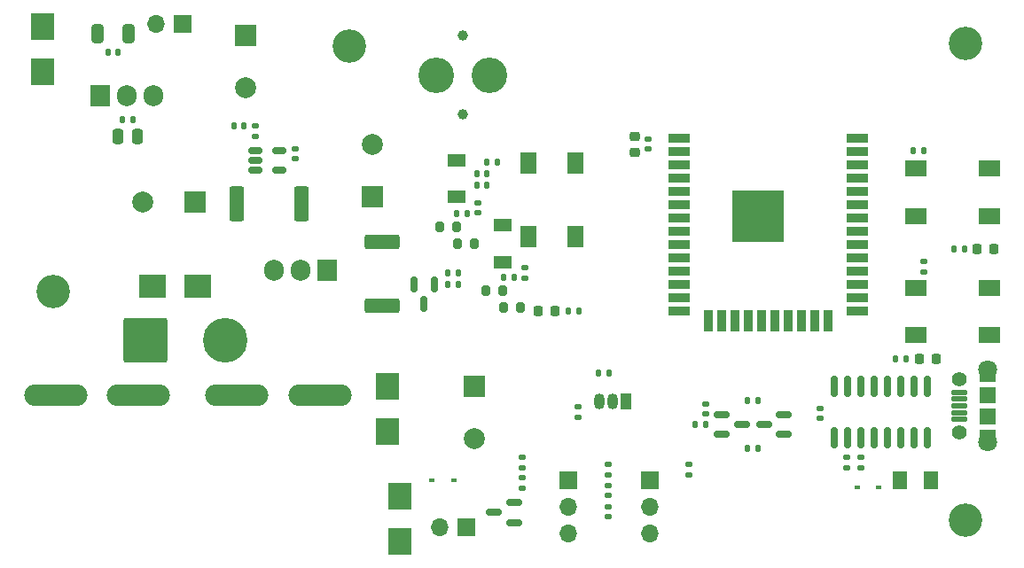
<source format=gts>
%TF.GenerationSoftware,KiCad,Pcbnew,6.0.5-a6ca702e91~116~ubuntu20.04.1*%
%TF.CreationDate,2022-06-27T23:16:15-06:00*%
%TF.ProjectId,trailer-power-controller,74726169-6c65-4722-9d70-6f7765722d63,rev?*%
%TF.SameCoordinates,Original*%
%TF.FileFunction,Soldermask,Top*%
%TF.FilePolarity,Negative*%
%FSLAX46Y46*%
G04 Gerber Fmt 4.6, Leading zero omitted, Abs format (unit mm)*
G04 Created by KiCad (PCBNEW 6.0.5-a6ca702e91~116~ubuntu20.04.1) date 2022-06-27 23:16:15*
%MOMM*%
%LPD*%
G01*
G04 APERTURE LIST*
G04 Aperture macros list*
%AMRoundRect*
0 Rectangle with rounded corners*
0 $1 Rounding radius*
0 $2 $3 $4 $5 $6 $7 $8 $9 X,Y pos of 4 corners*
0 Add a 4 corners polygon primitive as box body*
4,1,4,$2,$3,$4,$5,$6,$7,$8,$9,$2,$3,0*
0 Add four circle primitives for the rounded corners*
1,1,$1+$1,$2,$3*
1,1,$1+$1,$4,$5*
1,1,$1+$1,$6,$7*
1,1,$1+$1,$8,$9*
0 Add four rect primitives between the rounded corners*
20,1,$1+$1,$2,$3,$4,$5,0*
20,1,$1+$1,$4,$5,$6,$7,0*
20,1,$1+$1,$6,$7,$8,$9,0*
20,1,$1+$1,$8,$9,$2,$3,0*%
G04 Aperture macros list end*
%ADD10C,1.000000*%
%ADD11C,3.400000*%
%ADD12O,1.700000X1.700000*%
%ADD13R,1.700000X1.700000*%
%ADD14RoundRect,0.135000X0.185000X-0.135000X0.185000X0.135000X-0.185000X0.135000X-0.185000X-0.135000X0*%
%ADD15RoundRect,0.250001X-0.462499X-0.624999X0.462499X-0.624999X0.462499X0.624999X-0.462499X0.624999X0*%
%ADD16RoundRect,0.135000X-0.135000X-0.185000X0.135000X-0.185000X0.135000X0.185000X-0.135000X0.185000X0*%
%ADD17RoundRect,0.140000X0.140000X0.170000X-0.140000X0.170000X-0.140000X-0.170000X0.140000X-0.170000X0*%
%ADD18RoundRect,0.150000X-0.587500X-0.150000X0.587500X-0.150000X0.587500X0.150000X-0.587500X0.150000X0*%
%ADD19RoundRect,0.140000X-0.170000X0.140000X-0.170000X-0.140000X0.170000X-0.140000X0.170000X0.140000X0*%
%ADD20RoundRect,0.150000X-0.150000X0.587500X-0.150000X-0.587500X0.150000X-0.587500X0.150000X0.587500X0*%
%ADD21R,1.700000X1.300000*%
%ADD22RoundRect,0.200000X-0.200000X-0.275000X0.200000X-0.275000X0.200000X0.275000X-0.200000X0.275000X0*%
%ADD23O,1.050000X1.500000*%
%ADD24R,1.050000X1.500000*%
%ADD25RoundRect,0.218750X0.218750X0.256250X-0.218750X0.256250X-0.218750X-0.256250X0.218750X-0.256250X0*%
%ADD26RoundRect,0.150000X0.587500X0.150000X-0.587500X0.150000X-0.587500X-0.150000X0.587500X-0.150000X0*%
%ADD27O,1.905000X2.000000*%
%ADD28R,1.905000X2.000000*%
%ADD29R,1.500000X2.000000*%
%ADD30R,2.300000X2.500000*%
%ADD31R,2.500000X2.300000*%
%ADD32R,2.000000X2.000000*%
%ADD33C,2.000000*%
%ADD34RoundRect,0.249999X-0.450001X-1.425001X0.450001X-1.425001X0.450001X1.425001X-0.450001X1.425001X0*%
%ADD35RoundRect,0.135000X0.135000X0.185000X-0.135000X0.185000X-0.135000X-0.185000X0.135000X-0.185000X0*%
%ADD36RoundRect,0.249999X1.425001X-0.450001X1.425001X0.450001X-1.425001X0.450001X-1.425001X-0.450001X0*%
%ADD37R,2.000000X1.500000*%
%ADD38R,0.600000X0.450000*%
%ADD39RoundRect,0.150000X0.150000X-0.825000X0.150000X0.825000X-0.150000X0.825000X-0.150000X-0.825000X0*%
%ADD40O,6.030000X2.070000*%
%ADD41RoundRect,0.225000X0.250000X-0.225000X0.250000X0.225000X-0.250000X0.225000X-0.250000X-0.225000X0*%
%ADD42R,5.000000X5.000000*%
%ADD43R,2.000000X0.900000*%
%ADD44R,0.900000X2.000000*%
%ADD45RoundRect,0.265625X-1.859375X-1.859375X1.859375X-1.859375X1.859375X1.859375X-1.859375X1.859375X0*%
%ADD46C,4.250000*%
%ADD47RoundRect,0.250000X0.325000X0.650000X-0.325000X0.650000X-0.325000X-0.650000X0.325000X-0.650000X0*%
%ADD48RoundRect,0.135000X-0.185000X0.135000X-0.185000X-0.135000X0.185000X-0.135000X0.185000X0.135000X0*%
%ADD49C,3.200000*%
%ADD50RoundRect,0.140000X0.170000X-0.140000X0.170000X0.140000X-0.170000X0.140000X-0.170000X-0.140000X0*%
%ADD51RoundRect,0.218750X-0.218750X-0.256250X0.218750X-0.256250X0.218750X0.256250X-0.218750X0.256250X0*%
%ADD52RoundRect,0.050000X-0.675000X0.200000X-0.675000X-0.200000X0.675000X-0.200000X0.675000X0.200000X0*%
%ADD53C,1.408000*%
%ADD54C,1.800000*%
%ADD55R,1.550000X1.500000*%
%ADD56RoundRect,0.250000X0.250000X0.475000X-0.250000X0.475000X-0.250000X-0.475000X0.250000X-0.475000X0*%
%ADD57RoundRect,0.150000X-0.512500X-0.150000X0.512500X-0.150000X0.512500X0.150000X-0.512500X0.150000X0*%
G04 APERTURE END LIST*
D10*
%TO.C,BZ1*%
X88500000Y-60550000D03*
X88500000Y-68050000D03*
D11*
X91000000Y-64300000D03*
X86000000Y-64300000D03*
%TD*%
D12*
%TO.C,J9*%
X59235000Y-59400000D03*
D13*
X61775000Y-59400000D03*
%TD*%
D14*
%TO.C,R27*%
X125200000Y-101810000D03*
X125200000Y-100790000D03*
%TD*%
D15*
%TO.C,F1*%
X130212500Y-103000000D03*
X133187500Y-103000000D03*
%TD*%
D16*
%TO.C,R16*%
X92390000Y-83600000D03*
X93410000Y-83600000D03*
%TD*%
D14*
%TO.C,R18*%
X110100000Y-101490000D03*
X110100000Y-102510000D03*
%TD*%
D17*
%TO.C,C12*%
X90780000Y-73700000D03*
X89820000Y-73700000D03*
%TD*%
D18*
%TO.C,Q1*%
X115137500Y-97700000D03*
X113262500Y-98650000D03*
X113262500Y-96750000D03*
%TD*%
D19*
%TO.C,C19*%
X72500000Y-72312323D03*
X72500000Y-71352323D03*
%TD*%
D20*
%TO.C,Q3*%
X85750000Y-84262500D03*
X83850000Y-84262500D03*
X84800000Y-86137500D03*
%TD*%
D21*
%TO.C,D8*%
X92300000Y-82150000D03*
X92300000Y-78650000D03*
%TD*%
%TO.C,D7*%
X87900000Y-72450000D03*
X87900000Y-75950000D03*
%TD*%
D16*
%TO.C,R9*%
X111710000Y-97700000D03*
X110690000Y-97700000D03*
%TD*%
D22*
%TO.C,R12*%
X89625000Y-80400000D03*
X87975000Y-80400000D03*
%TD*%
D23*
%TO.C,U4*%
X101530000Y-95440000D03*
X102800000Y-95440000D03*
D24*
X104070000Y-95440000D03*
%TD*%
D22*
%TO.C,R13*%
X90675000Y-84900000D03*
X92325000Y-84900000D03*
%TD*%
D25*
%TO.C,D5*%
X133687500Y-91400000D03*
X132112500Y-91400000D03*
%TD*%
D26*
%TO.C,Q2*%
X119137500Y-98650000D03*
X119137500Y-96750000D03*
X117262500Y-97700000D03*
%TD*%
D27*
%TO.C,U3*%
X58980000Y-66250000D03*
X56440000Y-66250000D03*
D28*
X53900000Y-66250000D03*
%TD*%
D16*
%TO.C,R2*%
X98590000Y-86800000D03*
X99610000Y-86800000D03*
%TD*%
D29*
%TO.C,SW3*%
X99250000Y-79700000D03*
X99250000Y-72700000D03*
X94750000Y-72700000D03*
X94750000Y-79700000D03*
%TD*%
D30*
%TO.C,D10*%
X81300000Y-94050000D03*
X81300000Y-98350000D03*
%TD*%
D26*
%TO.C,Q4*%
X93375000Y-107050000D03*
X93375000Y-105150000D03*
X91500000Y-106100000D03*
%TD*%
D30*
%TO.C,D9*%
X82500000Y-108850000D03*
X82500000Y-104550000D03*
%TD*%
D31*
%TO.C,D2*%
X58882323Y-84500000D03*
X63182323Y-84500000D03*
%TD*%
D32*
%TO.C,C18*%
X79900000Y-75900000D03*
D33*
X79900000Y-70900000D03*
%TD*%
D34*
%TO.C,R20*%
X66950000Y-76632323D03*
X73050000Y-76632323D03*
%TD*%
D35*
%TO.C,R23*%
X88110000Y-84300000D03*
X87090000Y-84300000D03*
%TD*%
%TO.C,R4*%
X116710000Y-95400000D03*
X115690000Y-95400000D03*
%TD*%
D36*
%TO.C,R24*%
X80800000Y-86350000D03*
X80800000Y-80250000D03*
%TD*%
D17*
%TO.C,C8*%
X54620000Y-62150000D03*
X55580000Y-62150000D03*
%TD*%
D37*
%TO.C,SW2*%
X138800000Y-73250000D03*
X131800000Y-73250000D03*
X138800000Y-77750000D03*
X131800000Y-77750000D03*
%TD*%
D17*
%TO.C,C5*%
X56980000Y-68550000D03*
X56020000Y-68550000D03*
%TD*%
D16*
%TO.C,R15*%
X88910000Y-77500000D03*
X87890000Y-77500000D03*
%TD*%
D14*
%TO.C,R1*%
X126500000Y-101810000D03*
X126500000Y-100790000D03*
%TD*%
D17*
%TO.C,C11*%
X90780000Y-74800000D03*
X89820000Y-74800000D03*
%TD*%
D38*
%TO.C,D11*%
X85550000Y-103000000D03*
X87650000Y-103000000D03*
%TD*%
D39*
%TO.C,U2*%
X123955000Y-94025000D03*
X125225000Y-94025000D03*
X126495000Y-94025000D03*
X127765000Y-94025000D03*
X129035000Y-94025000D03*
X130305000Y-94025000D03*
X131575000Y-94025000D03*
X132845000Y-94025000D03*
X132845000Y-98975000D03*
X131575000Y-98975000D03*
X130305000Y-98975000D03*
X129035000Y-98975000D03*
X127765000Y-98975000D03*
X126495000Y-98975000D03*
X125225000Y-98975000D03*
X123955000Y-98975000D03*
%TD*%
D40*
%TO.C,J1*%
X57550000Y-94925000D03*
X49650000Y-94925000D03*
%TD*%
D16*
%TO.C,R21*%
X87090000Y-83200000D03*
X88110000Y-83200000D03*
%TD*%
%TO.C,R17*%
X102510000Y-92800000D03*
X101490000Y-92800000D03*
%TD*%
D40*
%TO.C,J7*%
X74850000Y-94925000D03*
X66950000Y-94925000D03*
%TD*%
D35*
%TO.C,R7*%
X130810000Y-91400000D03*
X129790000Y-91400000D03*
%TD*%
D22*
%TO.C,R11*%
X87925000Y-78800000D03*
X86275000Y-78800000D03*
%TD*%
D16*
%TO.C,R5*%
X115690000Y-100000000D03*
X116710000Y-100000000D03*
%TD*%
D37*
%TO.C,SW1*%
X138800000Y-84650000D03*
X131800000Y-84650000D03*
X138800000Y-89150000D03*
X131800000Y-89150000D03*
%TD*%
D17*
%TO.C,C20*%
X67580000Y-69132323D03*
X66620000Y-69132323D03*
%TD*%
D41*
%TO.C,C3*%
X104900610Y-70125000D03*
X104900610Y-71675000D03*
%TD*%
D19*
%TO.C,C17*%
X99500000Y-96980000D03*
X99500000Y-96020000D03*
%TD*%
D12*
%TO.C,J5*%
X98590000Y-108055000D03*
X98590000Y-105515000D03*
D13*
X98590000Y-102975000D03*
%TD*%
D38*
%TO.C,D1*%
X126150000Y-103700000D03*
X128250000Y-103700000D03*
%TD*%
D33*
%TO.C,C10*%
X67800000Y-65532323D03*
D32*
X67800000Y-60532323D03*
%TD*%
D13*
%TO.C,J6*%
X88870000Y-107500000D03*
D12*
X86330000Y-107500000D03*
%TD*%
D42*
%TO.C,U1*%
X116700000Y-77795000D03*
D43*
X126200000Y-70295000D03*
X126200000Y-71565000D03*
X126200000Y-72835000D03*
X126200000Y-74105000D03*
X126200000Y-75375000D03*
X126200000Y-76645000D03*
X126200000Y-77915000D03*
X126200000Y-79185000D03*
X126200000Y-80455000D03*
X126200000Y-81725000D03*
X126200000Y-82995000D03*
X126200000Y-84265000D03*
X126200000Y-85535000D03*
X126200000Y-86805000D03*
D44*
X123415000Y-87805000D03*
X122145000Y-87805000D03*
X120875000Y-87805000D03*
X119605000Y-87805000D03*
X118335000Y-87805000D03*
X117065000Y-87805000D03*
X115795000Y-87805000D03*
X114525000Y-87805000D03*
X113255000Y-87805000D03*
X111985000Y-87805000D03*
D43*
X109200000Y-86805000D03*
X109200000Y-85535000D03*
X109200000Y-84265000D03*
X109200000Y-82995000D03*
X109200000Y-81725000D03*
X109200000Y-80455000D03*
X109200000Y-79185000D03*
X109200000Y-77915000D03*
X109200000Y-76645000D03*
X109200000Y-75375000D03*
X109200000Y-74105000D03*
X109200000Y-72835000D03*
X109200000Y-71565000D03*
X109200000Y-70295000D03*
%TD*%
D12*
%TO.C,J4*%
X106400000Y-108080000D03*
X106400000Y-105540000D03*
D13*
X106400000Y-103000000D03*
%TD*%
D25*
%TO.C,D4*%
X137612500Y-80900000D03*
X139187500Y-80900000D03*
%TD*%
D45*
%TO.C,J3*%
X58150000Y-89600000D03*
D46*
X65850000Y-89600000D03*
%TD*%
D35*
%TO.C,R8*%
X132510000Y-71500000D03*
X131490000Y-71500000D03*
%TD*%
D30*
%TO.C,D6*%
X48400000Y-59650000D03*
X48400000Y-63950000D03*
%TD*%
D47*
%TO.C,C9*%
X53625000Y-60350000D03*
X56575000Y-60350000D03*
%TD*%
D48*
%TO.C,R25*%
X94200000Y-102790000D03*
X94200000Y-103810000D03*
%TD*%
D49*
%TO.C,H3*%
X136500000Y-61300000D03*
%TD*%
D35*
%TO.C,R10*%
X91810000Y-72600000D03*
X90790000Y-72600000D03*
%TD*%
D22*
%TO.C,R14*%
X92375000Y-86500000D03*
X94025000Y-86500000D03*
%TD*%
D50*
%TO.C,C16*%
X102400000Y-105520000D03*
X102400000Y-106480000D03*
%TD*%
D32*
%TO.C,C21*%
X89600000Y-94032323D03*
D33*
X89600000Y-99032323D03*
%TD*%
D28*
%TO.C,Q5*%
X75540000Y-82987323D03*
D27*
X73000000Y-82987323D03*
X70460000Y-82987323D03*
%TD*%
D51*
%TO.C,D3*%
X95712500Y-86800000D03*
X97287500Y-86800000D03*
%TD*%
D48*
%TO.C,R22*%
X94200000Y-100790000D03*
X94200000Y-101810000D03*
%TD*%
D35*
%TO.C,R6*%
X135390000Y-80900000D03*
X136410000Y-80900000D03*
%TD*%
D14*
%TO.C,R26*%
X68700000Y-70142323D03*
X68700000Y-69122323D03*
%TD*%
D50*
%TO.C,C14*%
X94400000Y-83680000D03*
X94400000Y-82720000D03*
%TD*%
%TO.C,C13*%
X89900000Y-76520000D03*
X89900000Y-77480000D03*
%TD*%
%TO.C,C7*%
X111700000Y-96680000D03*
X111700000Y-95720000D03*
%TD*%
%TO.C,C2*%
X122600000Y-96120000D03*
X122600000Y-97080000D03*
%TD*%
D19*
%TO.C,C15*%
X102400000Y-104480000D03*
X102400000Y-103520000D03*
%TD*%
D14*
%TO.C,R19*%
X102400000Y-101490000D03*
X102400000Y-102510000D03*
%TD*%
D50*
%TO.C,C1*%
X106200610Y-70420000D03*
X106200610Y-71380000D03*
%TD*%
D52*
%TO.C,J2*%
X135925000Y-97200000D03*
X135925000Y-96550000D03*
X135925000Y-95900000D03*
X135925000Y-95250000D03*
X135925000Y-94600000D03*
D53*
X135900000Y-98400000D03*
X135900000Y-93400000D03*
D54*
X138600000Y-99400000D03*
X138600000Y-92400000D03*
D55*
X138600000Y-96900000D03*
X138600000Y-94900000D03*
X138600000Y-98950000D03*
X138600000Y-92850000D03*
%TD*%
D49*
%TO.C,H4*%
X77700000Y-61500000D03*
%TD*%
D56*
%TO.C,C6*%
X57450000Y-70150000D03*
X55550000Y-70150000D03*
%TD*%
D32*
%TO.C,C4*%
X62900000Y-76400000D03*
D33*
X57900000Y-76400000D03*
%TD*%
D49*
%TO.C,H1*%
X49400000Y-85000000D03*
%TD*%
D57*
%TO.C,U5*%
X70937500Y-71482323D03*
X70937500Y-73382323D03*
X68662500Y-73382323D03*
X68662500Y-72432323D03*
X68662500Y-71482323D03*
%TD*%
D49*
%TO.C,H2*%
X136500000Y-106800000D03*
%TD*%
D14*
%TO.C,R3*%
X132500000Y-83110000D03*
X132500000Y-82090000D03*
%TD*%
M02*

</source>
